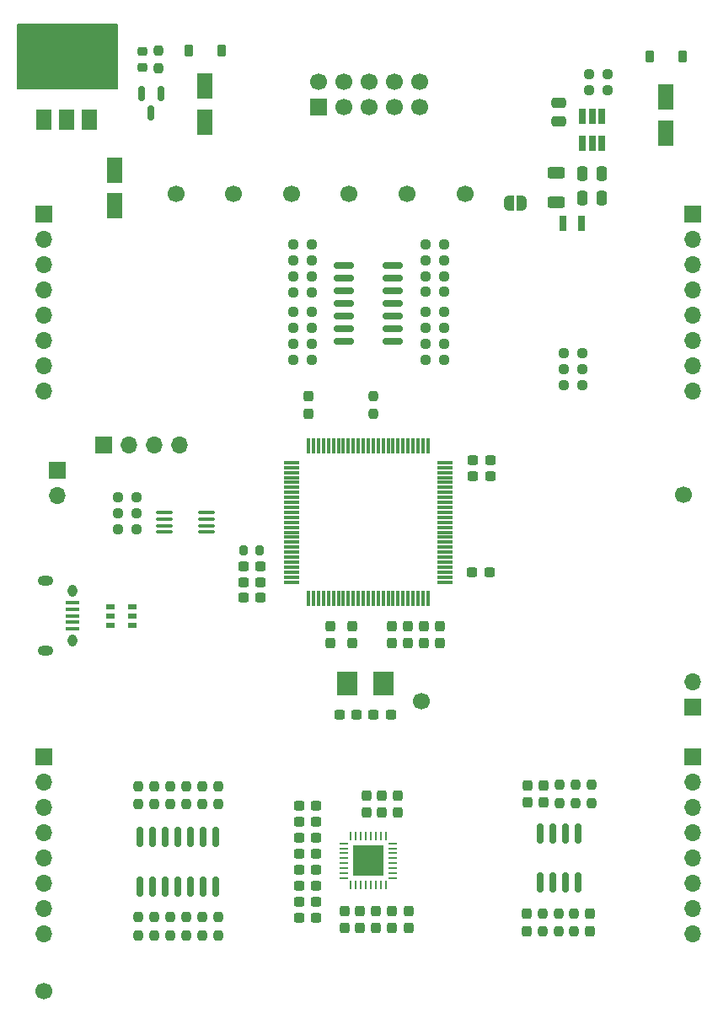
<source format=gbr>
%TF.GenerationSoftware,KiCad,Pcbnew,7.0.9*%
%TF.CreationDate,2024-02-02T11:01:59+00:00*%
%TF.ProjectId,QuadMod Components,51756164-4d6f-4642-9043-6f6d706f6e65,rev?*%
%TF.SameCoordinates,Original*%
%TF.FileFunction,Soldermask,Top*%
%TF.FilePolarity,Negative*%
%FSLAX46Y46*%
G04 Gerber Fmt 4.6, Leading zero omitted, Abs format (unit mm)*
G04 Created by KiCad (PCBNEW 7.0.9) date 2024-02-02 11:01:59*
%MOMM*%
%LPD*%
G01*
G04 APERTURE LIST*
G04 Aperture macros list*
%AMRoundRect*
0 Rectangle with rounded corners*
0 $1 Rounding radius*
0 $2 $3 $4 $5 $6 $7 $8 $9 X,Y pos of 4 corners*
0 Add a 4 corners polygon primitive as box body*
4,1,4,$2,$3,$4,$5,$6,$7,$8,$9,$2,$3,0*
0 Add four circle primitives for the rounded corners*
1,1,$1+$1,$2,$3*
1,1,$1+$1,$4,$5*
1,1,$1+$1,$6,$7*
1,1,$1+$1,$8,$9*
0 Add four rect primitives between the rounded corners*
20,1,$1+$1,$2,$3,$4,$5,0*
20,1,$1+$1,$4,$5,$6,$7,0*
20,1,$1+$1,$6,$7,$8,$9,0*
20,1,$1+$1,$8,$9,$2,$3,0*%
%AMFreePoly0*
4,1,19,0.500000,-0.750000,0.000000,-0.750000,0.000000,-0.744911,-0.071157,-0.744911,-0.207708,-0.704816,-0.327430,-0.627875,-0.420627,-0.520320,-0.479746,-0.390866,-0.500000,-0.250000,-0.500000,0.250000,-0.479746,0.390866,-0.420627,0.520320,-0.327430,0.627875,-0.207708,0.704816,-0.071157,0.744911,0.000000,0.744911,0.000000,0.750000,0.500000,0.750000,0.500000,-0.750000,0.500000,-0.750000,
$1*%
%AMFreePoly1*
4,1,19,0.000000,0.744911,0.071157,0.744911,0.207708,0.704816,0.327430,0.627875,0.420627,0.520320,0.479746,0.390866,0.500000,0.250000,0.500000,-0.250000,0.479746,-0.390866,0.420627,-0.520320,0.327430,-0.627875,0.207708,-0.704816,0.071157,-0.744911,0.000000,-0.744911,0.000000,-0.750000,-0.500000,-0.750000,-0.500000,0.750000,0.000000,0.750000,0.000000,0.744911,0.000000,0.744911,
$1*%
G04 Aperture macros list end*
%ADD10C,0.150000*%
%ADD11RoundRect,0.237500X0.237500X-0.250000X0.237500X0.250000X-0.237500X0.250000X-0.237500X-0.250000X0*%
%ADD12RoundRect,0.225000X-0.250000X0.225000X-0.250000X-0.225000X0.250000X-0.225000X0.250000X0.225000X0*%
%ADD13RoundRect,0.237500X0.300000X0.237500X-0.300000X0.237500X-0.300000X-0.237500X0.300000X-0.237500X0*%
%ADD14RoundRect,0.237500X-0.237500X0.250000X-0.237500X-0.250000X0.237500X-0.250000X0.237500X0.250000X0*%
%ADD15RoundRect,0.237500X-0.237500X0.300000X-0.237500X-0.300000X0.237500X-0.300000X0.237500X0.300000X0*%
%ADD16C,1.700000*%
%ADD17RoundRect,0.200000X-0.200000X-0.275000X0.200000X-0.275000X0.200000X0.275000X-0.200000X0.275000X0*%
%ADD18RoundRect,0.237500X-0.300000X-0.237500X0.300000X-0.237500X0.300000X0.237500X-0.300000X0.237500X0*%
%ADD19RoundRect,0.150000X0.150000X-0.825000X0.150000X0.825000X-0.150000X0.825000X-0.150000X-0.825000X0*%
%ADD20RoundRect,0.237500X-0.250000X-0.237500X0.250000X-0.237500X0.250000X0.237500X-0.250000X0.237500X0*%
%ADD21RoundRect,0.237500X0.250000X0.237500X-0.250000X0.237500X-0.250000X-0.237500X0.250000X-0.237500X0*%
%ADD22R,0.800000X1.600000*%
%ADD23RoundRect,0.075000X0.075000X-0.725000X0.075000X0.725000X-0.075000X0.725000X-0.075000X-0.725000X0*%
%ADD24RoundRect,0.075000X0.725000X-0.075000X0.725000X0.075000X-0.725000X0.075000X-0.725000X-0.075000X0*%
%ADD25RoundRect,0.237500X0.237500X-0.300000X0.237500X0.300000X-0.237500X0.300000X-0.237500X-0.300000X0*%
%ADD26R,1.500000X2.000000*%
%ADD27R,3.800000X2.000000*%
%ADD28O,0.950000X1.250000*%
%ADD29O,1.550000X1.000000*%
%ADD30R,1.350000X0.400000*%
%ADD31RoundRect,0.250000X-0.550000X1.050000X-0.550000X-1.050000X0.550000X-1.050000X0.550000X1.050000X0*%
%ADD32R,1.700000X1.700000*%
%ADD33RoundRect,0.225000X0.225000X0.375000X-0.225000X0.375000X-0.225000X-0.375000X0.225000X-0.375000X0*%
%ADD34RoundRect,0.150000X-0.825000X-0.150000X0.825000X-0.150000X0.825000X0.150000X-0.825000X0.150000X0*%
%ADD35O,1.700000X1.700000*%
%ADD36R,0.650000X1.560000*%
%ADD37RoundRect,0.100000X-0.712500X-0.100000X0.712500X-0.100000X0.712500X0.100000X-0.712500X0.100000X0*%
%ADD38RoundRect,0.250000X0.625000X-0.312500X0.625000X0.312500X-0.625000X0.312500X-0.625000X-0.312500X0*%
%ADD39FreePoly0,180.000000*%
%ADD40FreePoly1,180.000000*%
%ADD41R,2.000000X2.400000*%
%ADD42R,0.950000X0.600000*%
%ADD43RoundRect,0.150000X-0.150000X0.587500X-0.150000X-0.587500X0.150000X-0.587500X0.150000X0.587500X0*%
%ADD44RoundRect,0.250000X0.250000X0.475000X-0.250000X0.475000X-0.250000X-0.475000X0.250000X-0.475000X0*%
%ADD45RoundRect,0.250000X0.475000X-0.250000X0.475000X0.250000X-0.475000X0.250000X-0.475000X-0.250000X0*%
%ADD46RoundRect,0.250000X0.550000X-1.050000X0.550000X1.050000X-0.550000X1.050000X-0.550000X-1.050000X0*%
%ADD47RoundRect,0.062500X-0.062500X0.375000X-0.062500X-0.375000X0.062500X-0.375000X0.062500X0.375000X0*%
%ADD48RoundRect,0.062500X-0.375000X0.062500X-0.375000X-0.062500X0.375000X-0.062500X0.375000X0.062500X0*%
%ADD49RoundRect,0.100000X-1.450000X1.450000X-1.450000X-1.450000X1.450000X-1.450000X1.450000X1.450000X0*%
%ADD50RoundRect,0.150000X-0.150000X0.825000X-0.150000X-0.825000X0.150000X-0.825000X0.150000X0.825000X0*%
G04 APERTURE END LIST*
D10*
X100100000Y-50000000D02*
X110100000Y-50000000D01*
X110100000Y-56400000D01*
X100100000Y-56400000D01*
X100100000Y-50000000D01*
G36*
X100100000Y-50000000D02*
G01*
X110100000Y-50000000D01*
X110100000Y-56400000D01*
X100100000Y-56400000D01*
X100100000Y-50000000D01*
G37*
D11*
%TO.C,R12*%
X115400000Y-128312500D03*
X115400000Y-126487500D03*
%TD*%
%TO.C,R17*%
X112200000Y-128312500D03*
X112200000Y-126487500D03*
%TD*%
D12*
%TO.C,C40*%
X112600000Y-52725000D03*
X112600000Y-54275000D03*
%TD*%
D13*
%TO.C,C31*%
X130062500Y-139700000D03*
X128337500Y-139700000D03*
%TD*%
D14*
%TO.C,R39*%
X152800000Y-139287500D03*
X152800000Y-141112500D03*
%TD*%
D15*
%TO.C,C19*%
X151300000Y-126437500D03*
X151300000Y-128162500D03*
%TD*%
D16*
%TO.C,TP3*%
X127600000Y-67000000D03*
%TD*%
D14*
%TO.C,R14*%
X120200000Y-139687500D03*
X120200000Y-141512500D03*
%TD*%
D17*
%TO.C,R1*%
X122775000Y-102800000D03*
X124425000Y-102800000D03*
%TD*%
D18*
%TO.C,C6*%
X145837500Y-95400000D03*
X147562500Y-95400000D03*
%TD*%
D11*
%TO.C,R38*%
X154500000Y-128212500D03*
X154500000Y-126387500D03*
%TD*%
D19*
%TO.C,U4*%
X112390000Y-136575000D03*
X113660000Y-136575000D03*
X114930000Y-136575000D03*
X116200000Y-136575000D03*
X117470000Y-136575000D03*
X118740000Y-136575000D03*
X120010000Y-136575000D03*
X120010000Y-131625000D03*
X118740000Y-131625000D03*
X117470000Y-131625000D03*
X116200000Y-131625000D03*
X114930000Y-131625000D03*
X113660000Y-131625000D03*
X112390000Y-131625000D03*
%TD*%
D13*
%TO.C,C8*%
X147462500Y-105000000D03*
X145737500Y-105000000D03*
%TD*%
D20*
%TO.C,R3*%
X157487500Y-55020000D03*
X159312500Y-55020000D03*
%TD*%
D21*
%TO.C,R27*%
X112012500Y-99100000D03*
X110187500Y-99100000D03*
%TD*%
D20*
%TO.C,R35*%
X141087500Y-72100000D03*
X142912500Y-72100000D03*
%TD*%
D18*
%TO.C,C14*%
X122737500Y-106000000D03*
X124462500Y-106000000D03*
%TD*%
D13*
%TO.C,C10*%
X147562500Y-93800000D03*
X145837500Y-93800000D03*
%TD*%
%TO.C,C34*%
X130062500Y-130100000D03*
X128337500Y-130100000D03*
%TD*%
D20*
%TO.C,R30*%
X141087500Y-78900000D03*
X142912500Y-78900000D03*
%TD*%
D15*
%TO.C,C37*%
X138300000Y-127437500D03*
X138300000Y-129162500D03*
%TD*%
D22*
%TO.C,L2*%
X156700000Y-69950000D03*
X154900000Y-69950000D03*
%TD*%
D21*
%TO.C,R33*%
X129612500Y-72100000D03*
X127787500Y-72100000D03*
%TD*%
D13*
%TO.C,C30*%
X130062500Y-128500000D03*
X128337500Y-128500000D03*
%TD*%
D23*
%TO.C,U2*%
X129300000Y-107675000D03*
X129800000Y-107675000D03*
X130300000Y-107675000D03*
X130800000Y-107675000D03*
X131300000Y-107675000D03*
X131800000Y-107675000D03*
X132300000Y-107675000D03*
X132800000Y-107675000D03*
X133300000Y-107675000D03*
X133800000Y-107675000D03*
X134300000Y-107675000D03*
X134800000Y-107675000D03*
X135300000Y-107675000D03*
X135800000Y-107675000D03*
X136300000Y-107675000D03*
X136800000Y-107675000D03*
X137300000Y-107675000D03*
X137800000Y-107675000D03*
X138300000Y-107675000D03*
X138800000Y-107675000D03*
X139300000Y-107675000D03*
X139800000Y-107675000D03*
X140300000Y-107675000D03*
X140800000Y-107675000D03*
X141300000Y-107675000D03*
D24*
X142975000Y-106000000D03*
X142975000Y-105500000D03*
X142975000Y-105000000D03*
X142975000Y-104500000D03*
X142975000Y-104000000D03*
X142975000Y-103500000D03*
X142975000Y-103000000D03*
X142975000Y-102500000D03*
X142975000Y-102000000D03*
X142975000Y-101500000D03*
X142975000Y-101000000D03*
X142975000Y-100500000D03*
X142975000Y-100000000D03*
X142975000Y-99500000D03*
X142975000Y-99000000D03*
X142975000Y-98500000D03*
X142975000Y-98000000D03*
X142975000Y-97500000D03*
X142975000Y-97000000D03*
X142975000Y-96500000D03*
X142975000Y-96000000D03*
X142975000Y-95500000D03*
X142975000Y-95000000D03*
X142975000Y-94500000D03*
X142975000Y-94000000D03*
D23*
X141300000Y-92325000D03*
X140800000Y-92325000D03*
X140300000Y-92325000D03*
X139800000Y-92325000D03*
X139300000Y-92325000D03*
X138800000Y-92325000D03*
X138300000Y-92325000D03*
X137800000Y-92325000D03*
X137300000Y-92325000D03*
X136800000Y-92325000D03*
X136300000Y-92325000D03*
X135800000Y-92325000D03*
X135300000Y-92325000D03*
X134800000Y-92325000D03*
X134300000Y-92325000D03*
X133800000Y-92325000D03*
X133300000Y-92325000D03*
X132800000Y-92325000D03*
X132300000Y-92325000D03*
X131800000Y-92325000D03*
X131300000Y-92325000D03*
X130800000Y-92325000D03*
X130300000Y-92325000D03*
X129800000Y-92325000D03*
X129300000Y-92325000D03*
D24*
X127625000Y-94000000D03*
X127625000Y-94500000D03*
X127625000Y-95000000D03*
X127625000Y-95500000D03*
X127625000Y-96000000D03*
X127625000Y-96500000D03*
X127625000Y-97000000D03*
X127625000Y-97500000D03*
X127625000Y-98000000D03*
X127625000Y-98500000D03*
X127625000Y-99000000D03*
X127625000Y-99500000D03*
X127625000Y-100000000D03*
X127625000Y-100500000D03*
X127625000Y-101000000D03*
X127625000Y-101500000D03*
X127625000Y-102000000D03*
X127625000Y-102500000D03*
X127625000Y-103000000D03*
X127625000Y-103500000D03*
X127625000Y-104000000D03*
X127625000Y-104500000D03*
X127625000Y-105000000D03*
X127625000Y-105500000D03*
X127625000Y-106000000D03*
%TD*%
D25*
%TO.C,C21*%
X140900000Y-112162500D03*
X140900000Y-110437500D03*
%TD*%
D20*
%TO.C,R25*%
X141087500Y-73700000D03*
X142912500Y-73700000D03*
%TD*%
%TO.C,R37*%
X141087500Y-83700000D03*
X142912500Y-83700000D03*
%TD*%
D26*
%TO.C,U1*%
X102700000Y-59550000D03*
X105000000Y-59550000D03*
D27*
X105000000Y-53250000D03*
D26*
X107300000Y-59550000D03*
%TD*%
D13*
%TO.C,C4*%
X137562500Y-119300000D03*
X135837500Y-119300000D03*
%TD*%
D28*
%TO.C,J6*%
X105585000Y-106900000D03*
X105585000Y-111900000D03*
D29*
X102885000Y-112900000D03*
D30*
X105585000Y-108100000D03*
X105585000Y-108750000D03*
X105585000Y-109400000D03*
X105585000Y-110050000D03*
X105585000Y-110700000D03*
D29*
X102885000Y-105900000D03*
%TD*%
D31*
%TO.C,C15*%
X109800000Y-64600000D03*
X109800000Y-68200000D03*
%TD*%
D11*
%TO.C,R2*%
X135800000Y-89112500D03*
X135800000Y-87287500D03*
%TD*%
D14*
%TO.C,R10*%
X115400000Y-139687500D03*
X115400000Y-141512500D03*
%TD*%
D21*
%TO.C,R19*%
X129612500Y-73700000D03*
X127787500Y-73700000D03*
%TD*%
%TO.C,R4*%
X159312500Y-56620000D03*
X157487500Y-56620000D03*
%TD*%
%TO.C,R34*%
X129612500Y-83700000D03*
X127787500Y-83700000D03*
%TD*%
D16*
%TO.C,TP1*%
X133400000Y-67000000D03*
%TD*%
D11*
%TO.C,R15*%
X120200000Y-128312500D03*
X120200000Y-126487500D03*
%TD*%
D14*
%TO.C,R41*%
X154400000Y-139287500D03*
X154400000Y-141112500D03*
%TD*%
D32*
%TO.C,J5*%
X130300000Y-58275000D03*
D16*
X130300000Y-55735000D03*
X132840000Y-58275000D03*
X132840000Y-55735000D03*
X135380000Y-58275000D03*
X135380000Y-55735000D03*
X137920000Y-58275000D03*
X137920000Y-55735000D03*
X140460000Y-58275000D03*
X140460000Y-55735000D03*
%TD*%
D13*
%TO.C,C27*%
X130062500Y-138100000D03*
X128337500Y-138100000D03*
%TD*%
D33*
%TO.C,D1*%
X166850000Y-53200000D03*
X163550000Y-53200000D03*
%TD*%
D25*
%TO.C,C5*%
X133700000Y-112162500D03*
X133700000Y-110437500D03*
%TD*%
D34*
%TO.C,U6*%
X132825000Y-74190000D03*
X132825000Y-75460000D03*
X132825000Y-76730000D03*
X132825000Y-78000000D03*
X132825000Y-79270000D03*
X132825000Y-80540000D03*
X132825000Y-81810000D03*
X137775000Y-81810000D03*
X137775000Y-80540000D03*
X137775000Y-79270000D03*
X137775000Y-78000000D03*
X137775000Y-76730000D03*
X137775000Y-75460000D03*
X137775000Y-74190000D03*
%TD*%
D32*
%TO.C,J7*%
X108700000Y-92200000D03*
D35*
X111240000Y-92200000D03*
X113780000Y-92200000D03*
X116320000Y-92200000D03*
%TD*%
D36*
%TO.C,U5*%
X156850000Y-61950000D03*
X157800000Y-61950000D03*
X158750000Y-61950000D03*
X158750000Y-59250000D03*
X157800000Y-59250000D03*
X156850000Y-59250000D03*
%TD*%
D37*
%TO.C,U7*%
X114787500Y-99025000D03*
X114787500Y-99675000D03*
X114787500Y-100325000D03*
X114787500Y-100975000D03*
X119012500Y-100975000D03*
X119012500Y-100325000D03*
X119012500Y-99675000D03*
X119012500Y-99025000D03*
%TD*%
D14*
%TO.C,R6*%
X117000000Y-139687500D03*
X117000000Y-141512500D03*
%TD*%
D33*
%TO.C,D2*%
X120550000Y-52600000D03*
X117250000Y-52600000D03*
%TD*%
D38*
%TO.C,C35*%
X154200000Y-67812500D03*
X154200000Y-64887500D03*
%TD*%
D14*
%TO.C,R7*%
X118600000Y-139687500D03*
X118600000Y-141512500D03*
%TD*%
D21*
%TO.C,R22*%
X129612500Y-80500000D03*
X127787500Y-80500000D03*
%TD*%
D39*
%TO.C,JP2*%
X150750000Y-67900000D03*
D40*
X149450000Y-67900000D03*
%TD*%
D15*
%TO.C,C11*%
X129300000Y-87337500D03*
X129300000Y-89062500D03*
%TD*%
D13*
%TO.C,C33*%
X130062500Y-133300000D03*
X128337500Y-133300000D03*
%TD*%
D16*
%TO.C,TP7*%
X167000000Y-97200000D03*
%TD*%
D20*
%TO.C,R29*%
X154987500Y-83000000D03*
X156812500Y-83000000D03*
%TD*%
D25*
%TO.C,C39*%
X134500000Y-140762500D03*
X134500000Y-139037500D03*
%TD*%
D41*
%TO.C,Y1*%
X136850000Y-116200000D03*
X133150000Y-116200000D03*
%TD*%
D11*
%TO.C,R8*%
X117000000Y-128312500D03*
X117000000Y-126487500D03*
%TD*%
D42*
%TO.C,U8*%
X111625000Y-110350000D03*
X111625000Y-109400000D03*
X111625000Y-108450000D03*
X109375000Y-108450000D03*
X109375000Y-109400000D03*
X109375000Y-110350000D03*
%TD*%
D15*
%TO.C,C42*%
X132900000Y-139037500D03*
X132900000Y-140762500D03*
%TD*%
D13*
%TO.C,C32*%
X130062500Y-136500000D03*
X128337500Y-136500000D03*
%TD*%
D20*
%TO.C,R44*%
X154987500Y-84600000D03*
X156812500Y-84600000D03*
%TD*%
D25*
%TO.C,C16*%
X131500000Y-112162500D03*
X131500000Y-110437500D03*
%TD*%
D13*
%TO.C,C28*%
X130062500Y-134900000D03*
X128337500Y-134900000D03*
%TD*%
D20*
%TO.C,R31*%
X141087500Y-82100000D03*
X142912500Y-82100000D03*
%TD*%
D43*
%TO.C,D3*%
X114450000Y-56962500D03*
X112550000Y-56962500D03*
X113500000Y-58837500D03*
%TD*%
D11*
%TO.C,R40*%
X156100000Y-128212500D03*
X156100000Y-126387500D03*
%TD*%
D25*
%TO.C,C9*%
X139300000Y-112162500D03*
X139300000Y-110437500D03*
%TD*%
D32*
%TO.C,J8*%
X167900000Y-118600000D03*
D35*
X167900000Y-116060000D03*
%TD*%
D20*
%TO.C,R24*%
X141087500Y-76800000D03*
X142912500Y-76800000D03*
%TD*%
D15*
%TO.C,C36*%
X136700000Y-127437500D03*
X136700000Y-129162500D03*
%TD*%
D25*
%TO.C,C43*%
X152900000Y-128162500D03*
X152900000Y-126437500D03*
%TD*%
D21*
%TO.C,R18*%
X129612500Y-76900000D03*
X127787500Y-76900000D03*
%TD*%
D16*
%TO.C,TP9*%
X102700000Y-147100000D03*
%TD*%
D11*
%TO.C,R9*%
X118600000Y-128312500D03*
X118600000Y-126487500D03*
%TD*%
D14*
%TO.C,R16*%
X112200000Y-139687500D03*
X112200000Y-141512500D03*
%TD*%
D16*
%TO.C,TP8*%
X140600000Y-118000000D03*
%TD*%
D21*
%TO.C,R21*%
X129612500Y-78900000D03*
X127787500Y-78900000D03*
%TD*%
D14*
%TO.C,R5*%
X114200000Y-52587500D03*
X114200000Y-54412500D03*
%TD*%
D44*
%TO.C,C22*%
X158750000Y-67400000D03*
X156850000Y-67400000D03*
%TD*%
D20*
%TO.C,R32*%
X141087500Y-80500000D03*
X142912500Y-80500000D03*
%TD*%
D21*
%TO.C,R36*%
X112012500Y-97500000D03*
X110187500Y-97500000D03*
%TD*%
D25*
%TO.C,C24*%
X137700000Y-140762500D03*
X137700000Y-139037500D03*
%TD*%
D45*
%TO.C,C25*%
X154400000Y-59750000D03*
X154400000Y-57850000D03*
%TD*%
D15*
%TO.C,C44*%
X151200000Y-139337500D03*
X151200000Y-141062500D03*
%TD*%
D13*
%TO.C,C29*%
X130062500Y-131700000D03*
X128337500Y-131700000D03*
%TD*%
D25*
%TO.C,C38*%
X136100000Y-140762500D03*
X136100000Y-139037500D03*
%TD*%
D14*
%TO.C,R43*%
X156000000Y-139287500D03*
X156000000Y-141112500D03*
%TD*%
D16*
%TO.C,TP5*%
X145000000Y-67000000D03*
%TD*%
D13*
%TO.C,C2*%
X124462500Y-104400000D03*
X122737500Y-104400000D03*
%TD*%
D25*
%TO.C,C18*%
X157600000Y-141062500D03*
X157600000Y-139337500D03*
%TD*%
D14*
%TO.C,R11*%
X113800000Y-139687500D03*
X113800000Y-141512500D03*
%TD*%
D18*
%TO.C,C1*%
X122737500Y-107600000D03*
X124462500Y-107600000D03*
%TD*%
D31*
%TO.C,C12*%
X165200000Y-57300000D03*
X165200000Y-60900000D03*
%TD*%
D46*
%TO.C,C13*%
X118900000Y-59800000D03*
X118900000Y-56200000D03*
%TD*%
D25*
%TO.C,C41*%
X135100000Y-129162500D03*
X135100000Y-127437500D03*
%TD*%
D44*
%TO.C,C20*%
X158750000Y-65000000D03*
X156850000Y-65000000D03*
%TD*%
D47*
%TO.C,U9*%
X137050000Y-131562500D03*
X136550000Y-131562500D03*
X136050000Y-131562500D03*
X135550000Y-131562500D03*
X135050000Y-131562500D03*
X134550000Y-131562500D03*
X134050000Y-131562500D03*
X133550000Y-131562500D03*
D48*
X132862500Y-132250000D03*
X132862500Y-132750000D03*
X132862500Y-133250000D03*
X132862500Y-133750000D03*
X132862500Y-134250000D03*
X132862500Y-134750000D03*
X132862500Y-135250000D03*
X132862500Y-135750000D03*
D47*
X133550000Y-136437500D03*
X134050000Y-136437500D03*
X134550000Y-136437500D03*
X135050000Y-136437500D03*
X135550000Y-136437500D03*
X136050000Y-136437500D03*
X136550000Y-136437500D03*
X137050000Y-136437500D03*
D48*
X137737500Y-135750000D03*
X137737500Y-135250000D03*
X137737500Y-134750000D03*
X137737500Y-134250000D03*
X137737500Y-133750000D03*
X137737500Y-133250000D03*
X137737500Y-132750000D03*
X137737500Y-132250000D03*
D49*
X135300000Y-134000000D03*
%TD*%
D21*
%TO.C,R20*%
X129612500Y-75300000D03*
X127787500Y-75300000D03*
%TD*%
D32*
%TO.C,J9*%
X104100000Y-94800000D03*
D35*
X104100000Y-97340000D03*
%TD*%
D25*
%TO.C,C26*%
X139400000Y-140762500D03*
X139400000Y-139037500D03*
%TD*%
D11*
%TO.C,R13*%
X113800000Y-128312500D03*
X113800000Y-126487500D03*
%TD*%
D50*
%TO.C,U3*%
X156405000Y-131225000D03*
X155135000Y-131225000D03*
X153865000Y-131225000D03*
X152595000Y-131225000D03*
X152595000Y-136175000D03*
X153865000Y-136175000D03*
X155135000Y-136175000D03*
X156405000Y-136175000D03*
%TD*%
D20*
%TO.C,R26*%
X141087500Y-75300000D03*
X142912500Y-75300000D03*
%TD*%
%TO.C,R45*%
X154987500Y-86200000D03*
X156812500Y-86200000D03*
%TD*%
D16*
%TO.C,TP4*%
X116000000Y-67000000D03*
%TD*%
D11*
%TO.C,R42*%
X157700000Y-128212500D03*
X157700000Y-126387500D03*
%TD*%
D16*
%TO.C,TP2*%
X121800000Y-67000000D03*
%TD*%
D25*
%TO.C,C23*%
X142500000Y-112162500D03*
X142500000Y-110437500D03*
%TD*%
D21*
%TO.C,R28*%
X112012500Y-100700000D03*
X110187500Y-100700000D03*
%TD*%
D16*
%TO.C,TP6*%
X139200000Y-67000000D03*
%TD*%
D18*
%TO.C,C3*%
X132437500Y-119300000D03*
X134162500Y-119300000D03*
%TD*%
D25*
%TO.C,C7*%
X137700000Y-112162500D03*
X137700000Y-110437500D03*
%TD*%
D21*
%TO.C,R23*%
X129612500Y-82100000D03*
X127787500Y-82100000D03*
%TD*%
D32*
%TO.C,J2*%
X167900000Y-69000000D03*
D35*
X167900000Y-71540000D03*
X167900000Y-74080000D03*
X167900000Y-76620000D03*
X167900000Y-79160000D03*
X167900000Y-81700000D03*
X167900000Y-84240000D03*
X167900000Y-86780000D03*
%TD*%
D32*
%TO.C,J1*%
X102700000Y-69000000D03*
D35*
X102700000Y-71540000D03*
X102700000Y-74080000D03*
X102700000Y-76620000D03*
X102700000Y-79160000D03*
X102700000Y-81700000D03*
X102700000Y-84240000D03*
X102700000Y-86780000D03*
%TD*%
D32*
%TO.C,J3*%
X102700000Y-123600000D03*
D35*
X102700000Y-126140000D03*
X102700000Y-128680000D03*
X102700000Y-131220000D03*
X102700000Y-133760000D03*
X102700000Y-136300000D03*
X102700000Y-138840000D03*
X102700000Y-141380000D03*
%TD*%
D32*
%TO.C,J4*%
X167900000Y-123600000D03*
D35*
X167900000Y-126140000D03*
X167900000Y-128680000D03*
X167900000Y-131220000D03*
X167900000Y-133760000D03*
X167900000Y-136300000D03*
X167900000Y-138840000D03*
X167900000Y-141380000D03*
%TD*%
M02*

</source>
